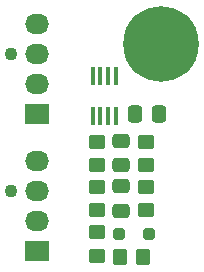
<source format=gts>
G04 #@! TF.GenerationSoftware,KiCad,Pcbnew,8.0.7-1.fc41*
G04 #@! TF.CreationDate,2025-02-15T00:44:52+02:00*
G04 #@! TF.ProjectId,fan_pwm_to_rotor_lock,66616e5f-7077-46d5-9f74-6f5f726f746f,rev?*
G04 #@! TF.SameCoordinates,Original*
G04 #@! TF.FileFunction,Soldermask,Top*
G04 #@! TF.FilePolarity,Negative*
%FSLAX46Y46*%
G04 Gerber Fmt 4.6, Leading zero omitted, Abs format (unit mm)*
G04 Created by KiCad (PCBNEW 8.0.7-1.fc41) date 2025-02-15 00:44:52*
%MOMM*%
%LPD*%
G01*
G04 APERTURE LIST*
G04 Aperture macros list*
%AMRoundRect*
0 Rectangle with rounded corners*
0 $1 Rounding radius*
0 $2 $3 $4 $5 $6 $7 $8 $9 X,Y pos of 4 corners*
0 Add a 4 corners polygon primitive as box body*
4,1,4,$2,$3,$4,$5,$6,$7,$8,$9,$2,$3,0*
0 Add four circle primitives for the rounded corners*
1,1,$1+$1,$2,$3*
1,1,$1+$1,$4,$5*
1,1,$1+$1,$6,$7*
1,1,$1+$1,$8,$9*
0 Add four rect primitives between the rounded corners*
20,1,$1+$1,$2,$3,$4,$5,0*
20,1,$1+$1,$4,$5,$6,$7,0*
20,1,$1+$1,$6,$7,$8,$9,0*
20,1,$1+$1,$8,$9,$2,$3,0*%
G04 Aperture macros list end*
%ADD10C,0.800000*%
%ADD11C,6.400000*%
%ADD12RoundRect,0.250000X-0.475000X0.337500X-0.475000X-0.337500X0.475000X-0.337500X0.475000X0.337500X0*%
%ADD13RoundRect,0.250000X-0.337500X-0.475000X0.337500X-0.475000X0.337500X0.475000X-0.337500X0.475000X0*%
%ADD14R,0.300000X1.600000*%
%ADD15C,1.100000*%
%ADD16R,2.030000X1.730000*%
%ADD17O,2.030000X1.730000*%
%ADD18RoundRect,0.250000X0.250000X0.250000X-0.250000X0.250000X-0.250000X-0.250000X0.250000X-0.250000X0*%
%ADD19RoundRect,0.250000X-0.350000X-0.450000X0.350000X-0.450000X0.350000X0.450000X-0.350000X0.450000X0*%
%ADD20RoundRect,0.250000X0.450000X-0.350000X0.450000X0.350000X-0.450000X0.350000X-0.450000X-0.350000X0*%
%ADD21RoundRect,0.250000X-0.450000X0.350000X-0.450000X-0.350000X0.450000X-0.350000X0.450000X0.350000X0*%
G04 APERTURE END LIST*
D10*
X39662400Y-19253200D03*
X40365344Y-17556144D03*
X40365344Y-20950256D03*
X42062400Y-16853200D03*
D11*
X42062400Y-19253200D03*
D10*
X42062400Y-21653200D03*
X43759456Y-17556144D03*
X43759456Y-20950256D03*
X44462400Y-19253200D03*
D12*
X38684200Y-27439800D03*
X38684200Y-29514800D03*
D13*
X41880700Y-25120600D03*
X39805700Y-25120600D03*
D14*
X38192702Y-25347400D03*
X37542701Y-25347400D03*
X36892701Y-25347400D03*
X36242700Y-25347400D03*
X36242700Y-21947400D03*
X36892701Y-21947400D03*
X37542701Y-21947400D03*
X38192702Y-21947400D03*
D15*
X29361400Y-31648400D03*
D16*
X31521400Y-36728400D03*
D17*
X31521400Y-34188400D03*
X31521400Y-31648400D03*
X31521400Y-29108400D03*
D12*
X38684200Y-31296700D03*
X38684200Y-33371700D03*
D18*
X41000999Y-35356800D03*
X38501001Y-35356800D03*
D19*
X38547800Y-37287200D03*
X40547800Y-37287200D03*
D20*
X36601400Y-29514800D03*
X36601400Y-27514800D03*
D21*
X40767000Y-27514800D03*
X40767000Y-29514800D03*
D20*
X36601400Y-31318200D03*
X36601400Y-33318200D03*
D21*
X40767000Y-31318200D03*
X40767000Y-33318200D03*
D15*
X29361400Y-20066000D03*
D16*
X31521400Y-25146000D03*
D17*
X31521400Y-22606000D03*
X31521400Y-20066000D03*
X31521400Y-17526000D03*
D20*
X36601400Y-37169600D03*
X36601400Y-35169600D03*
M02*

</source>
